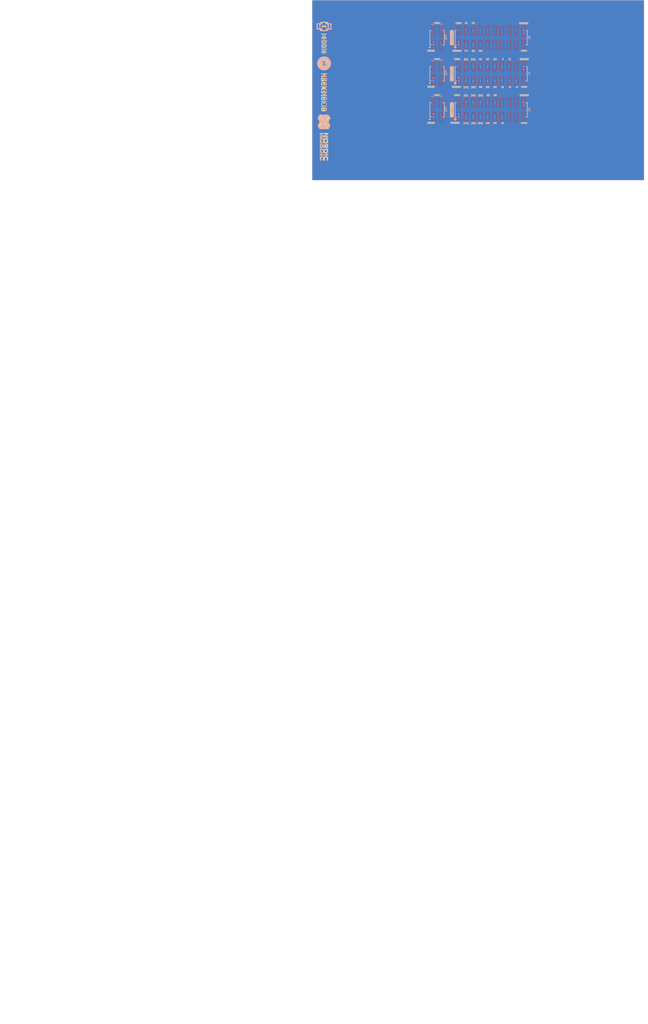
<source format=kicad_pcb>
(kicad_pcb (version 20241229) (generator "pcbnew") (generator_version "9.0")
  (layers (0 "F.Cu" signal "Top Layer") (4 "In1.Cu" signal "Mid-Layer 1") (6 "In2.Cu" signal "Mid-Layer 2 2") (2 "B.Cu" signal "Bottom Layer") (13 "F.Paste" user "Top Paste") (15 "B.Paste" user "Bottom Paste") (5 "F.SilkS" user "Top Overlay") (7 "B.SilkS" user "Bottom Overlay") (1 "F.Mask" user "Top Solder") (3 "B.Mask" user "Bottom Solder") (25 "Edge.Cuts" user))
  (net 0 "")
  (net 1 "VDDIO")
  (net 2 "VBUS")
  (net 3 "GND")
  (net 5 "unconnected-(P0-Pad8)")
  (net 8 "unconnected-(P0-Pad6)")
  (net 11 "unconnected-(P0-Pad7)")
  (net 12 "unconnected-(P0-Pad3)")
  (net 13 "unconnected-(P0-Pad5)")
  (net 15 "unconnected-(P0-Pad4)")
  (net 20 "unconnected-(P1-Pad5)")
  (net 22 "unconnected-(P1-Pad6)")
  (net 23 "unconnected-(P1-Pad3)")
  (net 24 "unconnected-(P1-Pad15)")
  (net 25 "unconnected-(P1-Pad12)")
  (net 26 "unconnected-(P1-Pad14)")
  (net 27 "unconnected-(P1-Pad17)")
  (net 28 "unconnected-(P1-Pad9)")
  (net 29 "unconnected-(P1-Pad11)")
  (net 30 "unconnected-(P1-Pad8)")
  (net 31 "unconnected-(P1-Pad4)")
  (net 32 "unconnected-(P1-Pad7)")
  (net 33 "unconnected-(P1-Pad10)")
  (net 34 "unconnected-(P1-Pad16)")
  (net 35 "unconnected-(P1-Pad13)")
  (net 36 "unconnected-(P2-Pad7)")
  (net 38 "unconnected-(P2-Pad9)")
  (net 39 "unconnected-(P2-Pad8)")
  (net 40 "unconnected-(P2-Pad3)")
  (net 43 "unconnected-(P2-Pad5)")
  (net 44 "unconnected-(P2-Pad4)")
  (net 47 "unconnected-(P2-Pad13)")
  (net 48 "unconnected-(P2-Pad12)")
  (net 49 "unconnected-(P2-Pad10)")
  (net 50 "unconnected-(P2-Pad11)")
  (net 51 "unconnected-(P2-Pad6)")
  (footprint "nRF54L15-DK - Rebble Hackster Library:HDR_2x10-SMD_BTM" (layer "F.Cu") (at 115.900615 75.908605)
    (property "Reference" "P1" (at 13.479933 -0.127005 90) (layer "B.SilkS") (effects (font (size 0.635 0.635) (thickness 0.127)) (justify mirror)))
    (property "Value" "Pin Hdr 2x10" (hide yes))
    (pad "1" smd rect (at -11.43 2.54) (size 1.016 2.8702) (layers "B.Cu" "B.Mask" "B.Paste") (net 1 "VDDIO") (padstack (mode front_inner_back) (layer "Inner" (shape rect) (size 1.016 2.8702)) (layer "B.Cu" (shape rect) (size 1.016 2.8702))))
    (pad "2" smd rect (at -11.43 -2.54) (size 1.016 2.8702) (layers "B.Cu" "B.Mask" "B.Paste") (net 3 "GND") (padstack (mode front_inner_back) (layer "Inner" (shape rect) (size 1.016 2.8702)) (layer "B.Cu" (shape rect) (size 1.016 2.8702))))
    (pad "3" smd rect (at -8.89 2.54) (size 1.016 2.8702) (layers "B.Cu" "B.Mask" "B.Paste") (net 23 "unconnected-(P1-Pad3)") (padstack (mode front_inner_back) (layer "Inner" (shape rect) (size 1.016 2.8702)) (layer "B.Cu" (shape rect) (size 1.016 2.8702))))
    (pad "4" smd rect (at -8.89 -2.54) (size 1.016 2.8702) (layers "B.Cu" "B.Mask" "B.Paste") (net 31 "unconnected-(P1-Pad4)") (padstack (mode front_inner_back) (layer "Inner" (shape rect) (size 1.016 2.8702)) (layer "B.Cu" (shape rect) (size 1.016 2.8702))))
    (pad "5" smd rect (at -6.35 2.54) (size 1.016 2.8702) (layers "B.Cu" "B.Mask" "B.Paste") (net 20 "unconnected-(P1-Pad5)") (padstack (mode front_inner_back) (layer "Inner" (shape rect) (size 1.016 2.8702)) (layer "B.Cu" (shape rect) (size 1.016 2.8702))))
    (pad "6" smd rect (at -6.35 -2.54) (size 1.016 2.8702) (layers "B.Cu" "B.Mask" "B.Paste") (net 22 "unconnected-(P1-Pad6)") (padstack (mode front_inner_back) (layer "Inner" (shape rect) (size 1.016 2.8702)) (layer "B.Cu" (shape rect) (size 1.016 2.8702))))
    (pad "7" smd rect (at -3.81 2.54) (size 1.016 2.8702) (layers "B.Cu" "B.Mask" "B.Paste") (net 32 "unconnected-(P1-Pad7)") (padstack (mode front_inner_back) (layer "Inner" (shape rect) (size 1.016 2.8702)) (layer "B.Cu" (shape rect) (size 1.016 2.8702))))
    (pad "8" smd rect (at -3.81 -2.54) (size 1.016 2.8702) (layers "B.Cu" "B.Mask" "B.Paste") (net 30 "unconnected-(P1-Pad8)") (padstack (mode front_inner_back) (layer "Inner" (shape rect) (size 1.016 2.8702)) (layer "B.Cu" (shape rect) (size 1.016 2.8702))))
    (pad "9" smd rect (at -1.27 2.54) (size 1.016 2.8702) (layers "B.Cu" "B.Mask" "B.Paste") (net 28 "unconnected-(P1-Pad9)") (padstack (mode front_inner_back) (layer "Inner" (shape rect) (size 1.016 2.8702)) (layer "B.Cu" (shape rect) (size 1.016 2.8702))))
    (pad "10" smd rect (at -1.27 -2.54) (size 1.016 2.8702) (layers "B.Cu" "B.Mask" "B.Paste") (net 33 "unconnected-(P1-Pad10)") (padstack (mode front_inner_back) (layer "Inner" (shape rect) (size 1.016 2.8702)) (layer "B.Cu" (shape rect) (size 1.016 2.8702))))
    (pad "11" smd rect (at 1.27 2.54) (size 1.016 2.8702) (layers "B.Cu" "B.Mask" "B.Paste") (net 29 "unconnected-(P1-Pad11)") (padstack (mode front_inner_back) (layer "Inner" (shape rect) (size 1.016 2.8702)) (layer "B.Cu" (shape rect) (size 1.016 2.8702))))
    (pad "12" smd rect (at 1.27 -2.54) (size 1.016 2.8702) (layers "B.Cu" "B.Mask" "B.Paste") (net 25 "unconnected-(P1-Pad12)") (padstack (mode front_inner_back) (layer "Inner" (shape rect) (size 1.016 2.8702)) (layer "B.Cu" (shape rect) (size 1.016 2.8702))))
    (pad "13" smd rect (at 3.81 2.54) (size 1.016 2.8702) (layers "B.Cu" "B.Mask" "B.Paste") (net 35 "unconnected-(P1-Pad13)") (padstack (mode front_inner_back) (layer "Inner" (shape rect) (size 1.016 2.8702)) (layer "B.Cu" (shape rect) (size 1.016 2.8702))))
    (pad "14" smd rect (at 3.81 -2.54) (size 1.016 2.8702) (layers "B.Cu" "B.Mask" "B.Paste") (net 26 "unconnected-(P1-Pad14)") (padstack (mode front_inner_back) (layer "Inner" (shape rect) (size 1.016 2.8702)) (layer "B.Cu" (shape rect) (size 1.016 2.8702))))
    (pad "15" smd rect (at 6.35 2.54) (size 1.016 2.8702) (layers "B.Cu" "B.Mask" "B.Paste") (net 24 "unconnected-(P1-Pad15)") (padstack (mode front_inner_back) (layer "Inner" (shape rect) (size 1.016 2.8702)) (layer "B.Cu" (shape rect) (size 1.016 2.8702))))
    (pad "16" smd rect (at 6.35 -2.54) (size 1.016 2.8702) (layers "B.Cu" "B.Mask" "B.Paste") (net 34 "unconnected-(P1-Pad16)") (padstack (mode front_inner_back) (layer "Inner" (shape rect) (size 1.016 2.8702)) (layer "B.Cu" (shape rect) (size 1.016 2.8702))))
    (pad "17" smd rect (at 8.89 2.54) (size 1.016 2.8702) (layers "B.Cu" "B.Mask" "B.Paste") (net 27 "unconnected-(P1-Pad17)") (padstack (mode front_inner_back) (layer "Inner" (shape rect) (size 1.016 2.8702)) (layer "B.Cu" (shape rect) (size 1.016 2.8702))))
    (pad "18" smd rect (at 8.89 -2.54) (size 1.016 2.8702) (layers "B.Cu" "B.Mask" "B.Paste") (padstack (mode front_inner_back) (layer "Inner" (shape rect) (size 1.016 2.8702)) (layer "B.Cu" (shape rect) (size 1.016 2.8702))))
    (pad "19" smd rect (at 11.43 2.54) (size 1.016 2.8702) (layers "B.Cu" "B.Mask" "B.Paste") (net 3 "GND") (padstack (mode front_inner_back) (layer "Inner" (shape rect) (size 1.016 2.8702)) (layer "B.Cu" (shape rect) (size 1.016 2.8702))))
    (pad "20" smd rect (at 11.43 -2.54) (size 1.016 2.8702) (layers "B.Cu" "B.Mask" "B.Paste") (net 1 "VDDIO") (padstack (mode front_inner_back) (layer "Inner" (shape rect) (size 1.016 2.8702)) (layer "B.Cu" (shape rect) (size 1.016 2.8702))))
  )
  (footprint "nRF54L15-DK - Rebble Hackster Library:HDR_2x10-SMD_BTM" (layer "F.Cu") (at 115.900615 88.608605)
    (property "Reference" "P2" (at 13.479933 -0.127005 90) (layer "B.SilkS") (effects (font (size 0.635 0.635) (thickness 0.127)) (justify mirror)))
    (property "Value" "Pin Hdr 2x10" (hide yes))
    (pad "1" smd rect (at -11.43 2.54) (size 1.016 2.8702) (layers "B.Cu" "B.Mask" "B.Paste") (net 1 "VDDIO") (padstack (mode front_inner_back) (layer "Inner" (shape rect) (size 1.016 2.8702)) (layer "B.Cu" (shape rect) (size 1.016 2.8702))))
    (pad "2" smd rect (at -11.43 -2.54) (size 1.016 2.8702) (layers "B.Cu" "B.Mask" "B.Paste") (net 3 "GND") (padstack (mode front_inner_back) (layer "Inner" (shape rect) (size 1.016 2.8702)) (layer "B.Cu" (shape rect) (size 1.016 2.8702))))
    (pad "3" smd rect (at -8.89 2.54) (size 1.016 2.8702) (layers "B.Cu" "B.Mask" "B.Paste") (net 40 "unconnected-(P2-Pad3)") (padstack (mode front_inner_back) (layer "Inner" (shape rect) (size 1.016 2.8702)) (layer "B.Cu" (shape rect) (size 1.016 2.8702))))
    (pad "4" smd rect (at -8.89 -2.54) (size 1.016 2.8702) (layers "B.Cu" "B.Mask" "B.Paste") (net 44 "unconnected-(P2-Pad4)") (padstack (mode front_inner_back) (layer "Inner" (shape rect) (size 1.016 2.8702)) (layer "B.Cu" (shape rect) (size 1.016 2.8702))))
    (pad "5" smd rect (at -6.35 2.54) (size 1.016 2.8702) (layers "B.Cu" "B.Mask" "B.Paste") (net 43 "unconnected-(P2-Pad5)") (padstack (mode front_inner_back) (layer "Inner" (shape rect) (size 1.016 2.8702)) (layer "B.Cu" (shape rect) (size 1.016 2.8702))))
    (pad "6" smd rect (at -6.35 -2.54) (size 1.016 2.8702) (layers "B.Cu" "B.Mask" "B.Paste") (net 51 "unconnected-(P2-Pad6)") (padstack (mode front_inner_back) (layer "Inner" (shape rect) (size 1.016 2.8702)) (layer "B.Cu" (shape rect) (size 1.016 2.8702))))
    (pad "7" smd rect (at -3.81 2.54) (size 1.016 2.8702) (layers "B.Cu" "B.Mask" "B.Paste") (net 36 "unconnected-(P2-Pad7)") (padstack (mode front_inner_back) (layer "Inner" (shape rect) (size 1.016 2.8702)) (layer "B.Cu" (shape rect) (size 1.016 2.8702))))
    (pad "8" smd rect (at -3.81 -2.54) (size 1.016 2.8702) (layers "B.Cu" "B.Mask" "B.Paste") (net 39 "unconnected-(P2-Pad8)") (padstack (mode front_inner_back) (layer "Inner" (shape rect) (size 1.016 2.8702)) (layer "B.Cu" (shape rect) (size 1.016 2.8702))))
    (pad "9" smd rect (at -1.27 2.54) (size 1.016 2.8702) (layers "B.Cu" "B.Mask" "B.Paste") (net 38 "unconnected-(P2-Pad9)") (padstack (mode front_inner_back) (layer "Inner" (shape rect) (size 1.016 2.8702)) (layer "B.Cu" (shape rect) (size 1.016 2.8702))))
    (pad "10" smd rect (at -1.27 -2.54) (size 1.016 2.8702) (layers "B.Cu" "B.Mask" "B.Paste") (net 49 "unconnected-(P2-Pad10)") (padstack (mode front_inner_back) (layer "Inner" (shape rect) (size 1.016 2.8702)) (layer "B.Cu" (shape rect) (size 1.016 2.8702))))
    (pad "11" smd rect (at 1.27 2.54) (size 1.016 2.8702) (layers "B.Cu" "B.Mask" "B.Paste") (net 50 "unconnected-(P2-Pad11)") (padstack (mode front_inner_back) (layer "Inner" (shape rect) (size 1.016 2.8702)) (layer "B.Cu" (shape rect) (size 1.016 2.8702))))
    (pad "12" smd rect (at 1.27 -2.54) (size 1.016 2.8702) (layers "B.Cu" "B.Mask" "B.Paste") (net 48 "unconnected-(P2-Pad12)") (padstack (mode front_inner_back) (layer "Inner" (shape rect) (size 1.016 2.8702)) (layer "B.Cu" (shape rect) (size 1.016 2.8702))))
    (pad "13" smd rect (at 3.81 2.54) (size 1.016 2.8702) (layers "B.Cu" "B.Mask" "B.Paste") (net 47 "unconnected-(P2-Pad13)") (padstack (mode front_inner_back) (layer "Inner" (shape rect) (size 1.016 2.8702)) (layer "B.Cu" (shape rect) (size 1.016 2.8702))))
    (pad "14" smd rect (at 3.81 -2.54) (size 1.016 2.8702) (layers "B.Cu" "B.Mask" "B.Paste") (padstack (mode front_inner_back) (layer "Inner" (shape rect) (size 1.016 2.8702)) (layer "B.Cu" (shape rect) (size 1.016 2.8702))))
    (pad "15" smd rect (at 6.35 2.54) (size 1.016 2.8702) (layers "B.Cu" "B.Mask" "B.Paste") (padstack (mode front_inner_back) (layer "Inner" (shape rect) (size 1.016 2.8702)) (layer "B.Cu" (shape rect) (size 1.016 2.8702))))
    (pad "16" smd rect (at 6.35 -2.54) (size 1.016 2.8702) (layers "B.Cu" "B.Mask" "B.Paste") (padstack (mode front_inner_back) (layer "Inner" (shape rect) (size 1.016 2.8702)) (layer "B.Cu" (shape rect) (size 1.016 2.8702))))
    (pad "17" smd rect (at 8.89 2.54) (size 1.016 2.8702) (layers "B.Cu" "B.Mask" "B.Paste") (padstack (mode front_inner_back) (layer "Inner" (shape rect) (size 1.016 2.8702)) (layer "B.Cu" (shape rect) (size 1.016 2.8702))))
    (pad "18" smd rect (at 8.89 -2.54) (size 1.016 2.8702) (layers "B.Cu" "B.Mask" "B.Paste") (padstack (mode front_inner_back) (layer "Inner" (shape rect) (size 1.016 2.8702)) (layer "B.Cu" (shape rect) (size 1.016 2.8702))))
    (pad "19" smd rect (at 11.43 2.54) (size 1.016 2.8702) (layers "B.Cu" "B.Mask" "B.Paste") (net 3 "GND") (padstack (mode front_inner_back) (layer "Inner" (shape rect) (size 1.016 2.8702)) (layer "B.Cu" (shape rect) (size 1.016 2.8702))))
    (pad "20" smd rect (at 11.43 -2.54) (size 1.016 2.8702) (layers "B.Cu" "B.Mask" "B.Paste") (net 1 "VDDIO") (padstack (mode front_inner_back) (layer "Inner" (shape rect) (size 1.016 2.8702)) (layer "B.Cu" (shape rect) (size 1.016 2.8702))))
  )
  (footprint "nRF54L15-DK - Rebble Hackster Library:HDR_2x10-SMD_BTM" (layer "F.Cu") (at 115.900615 63.208605)
    (property "Reference" "P0" (at 13.479933 -0.127005 90) (layer "B.SilkS") (effects (font (size 0.635 0.635) (thickness 0.127)) (justify mirror)))
    (property "Value" "Pin Hdr 2x10" (hide yes))
    (pad "1" smd rect (at -11.43 2.54) (size 1.016 2.8702) (layers "B.Cu" "B.Mask" "B.Paste") (net 1 "VDDIO") (padstack (mode front_inner_back) (layer "Inner" (shape rect) (size 1.016 2.8702)) (layer "B.Cu" (shape rect) (size 1.016 2.8702))))
    (pad "2" smd rect (at -11.43 -2.54) (size 1.016 2.8702) (layers "B.Cu" "B.Mask" "B.Paste") (net 3 "GND") (padstack (mode front_inner_back) (layer "Inner" (shape rect) (size 1.016 2.8702)) (layer "B.Cu" (shape rect) (size 1.016 2.8702))))
    (pad "3" smd rect (at -8.89 2.54) (size 1.016 2.8702) (layers "B.Cu" "B.Mask" "B.Paste") (net 12 "unconnected-(P0-Pad3)") (padstack (mode front_inner_back) (layer "Inner" (shape rect) (size 1.016 2.8702)) (layer "B.Cu" (shape rect) (size 1.016 2.8702))))
    (pad "4" smd rect (at -8.89 -2.54) (size 1.016 2.8702) (layers "B.Cu" "B.Mask" "B.Paste") (net 15 "unconnected-(P0-Pad4)") (padstack (mode front_inner_back) (layer "Inner" (shape rect) (size 1.016 2.8702)) (layer "B.Cu" (shape rect) (size 1.016 2.8702))))
    (pad "5" smd rect (at -6.35 2.54) (size 1.016 2.8702) (layers "B.Cu" "B.Mask" "B.Paste") (net 13 "unconnected-(P0-Pad5)") (padstack (mode front_inner_back) (layer "Inner" (shape rect) (size 1.016 2.8702)) (layer "B.Cu" (shape rect) (size 1.016 2.8702))))
    (pad "6" smd rect (at -6.35 -2.54) (size 1.016 2.8702) (layers "B.Cu" "B.Mask" "B.Paste") (net 8 "unconnected-(P0-Pad6)") (padstack (mode front_inner_back) (layer "Inner" (shape rect) (size 1.016 2.8702)) (layer "B.Cu" (shape rect) (size 1.016 2.8702))))
    (pad "7" smd rect (at -3.81 2.54) (size 1.016 2.8702) (layers "B.Cu" "B.Mask" "B.Paste") (net 11 "unconnected-(P0-Pad7)") (padstack (mode front_inner_back) (layer "Inner" (shape rect) (size 1.016 2.8702)) (layer "B.Cu" (shape rect) (size 1.016 2.8702))))
    (pad "8" smd rect (at -3.81 -2.54) (size 1.016 2.8702) (layers "B.Cu" "B.Mask" "B.Paste") (net 5 "unconnected-(P0-Pad8)") (padstack (mode front_inner_back) (layer "Inner" (shape rect) (size 1.016 2.8702)) (layer "B.Cu" (shape rect) (size 1.016 2.8702))))
    (pad "9" smd rect (at -1.27 2.54) (size 1.016 2.8702) (layers "B.Cu" "B.Mask" "B.Paste") (padstack (mode front_inner_back) (layer "Inner" (shape rect) (size 1.016 2.8702)) (layer "B.Cu" (shape rect) (size 1.016 2.8702))))
    (pad "10" smd rect (at -1.27 -2.54) (size 1.016 2.8702) (layers "B.Cu" "B.Mask" "B.Paste") (padstack (mode front_inner_back) (layer "Inner" (shape rect) (size 1.016 2.8702)) (layer "B.Cu" (shape rect) (size 1.016 2.8702))))
    (pad "11" smd rect (at 1.27 2.54) (size 1.016 2.8702) (layers "B.Cu" "B.Mask" "B.Paste") (padstack (mode front_inner_back) (layer "Inner" (shape rect) (size 1.016 2.8702)) (layer "B.Cu" (shape rect) (size 1.016 2.8702))))
    (pad "12" smd rect (at 1.27 -2.54) (size 1.016 2.8702) (layers "B.Cu" "B.Mask" "B.Paste") (padstack (mode front_inner_back) (layer "Inner" (shape rect) (size 1.016 2.8702)) (layer "B.Cu" (shape rect) (size 1.016 2.8702))))
    (pad "13" smd rect (at 3.81 2.54) (size 1.016 2.8702) (layers "B.Cu" "B.Mask" "B.Paste") (padstack (mode front_inner_back) (layer "Inner" (shape rect) (size 1.016 2.8702)) (layer "B.Cu" (shape rect) (size 1.016 2.8702))))
    (pad "14" smd rect (at 3.81 -2.54) (size 1.016 2.8702) (layers "B.Cu" "B.Mask" "B.Paste") (padstack (mode front_inner_back) (layer "Inner" (shape rect) (size 1.016 2.8702)) (layer "B.Cu" (shape rect) (size 1.016 2.8702))))
    (pad "15" smd rect (at 6.35 2.54) (size 1.016 2.8702) (layers "B.Cu" "B.Mask" "B.Paste") (padstack (mode front_inner_back) (layer "Inner" (shape rect) (size 1.016 2.8702)) (layer "B.Cu" (shape rect) (size 1.016 2.8702))))
    (pad "16" smd rect (at 6.35 -2.54) (size 1.016 2.8702) (layers "B.Cu" "B.Mask" "B.Paste") (padstack (mode front_inner_back) (layer "Inner" (shape rect) (size 1.016 2.8702)) (layer "B.Cu" (shape rect) (size 1.016 2.8702))))
    (pad "17" smd rect (at 8.89 2.54) (size 1.016 2.8702) (layers "B.Cu" "B.Mask" "B.Paste") (padstack (mode front_inner_back) (layer "Inner" (shape rect) (size 1.016 2.8702)) (layer "B.Cu" (shape rect) (size 1.016 2.8702))))
    (pad "18" smd rect (at 8.89 -2.54) (size 1.016 2.8702) (layers "B.Cu" "B.Mask" "B.Paste") (padstack (mode front_inner_back) (layer "Inner" (shape rect) (size 1.016 2.8702)) (layer "B.Cu" (shape rect) (size 1.016 2.8702))))
    (pad "19" smd rect (at 11.43 2.54) (size 1.016 2.8702) (layers "B.Cu" "B.Mask" "B.Paste") (net 3 "GND") (padstack (mode front_inner_back) (layer "Inner" (shape rect) (size 1.016 2.8702)) (layer "B.Cu" (shape rect) (size 1.016 2.8702))))
    (pad "20" smd rect (at 11.43 -2.54) (size 1.016 2.8702) (layers "B.Cu" "B.Mask" "B.Paste") (net 1 "VDDIO") (padstack (mode front_inner_back) (layer "Inner" (shape rect) (size 1.016 2.8702)) (layer "B.Cu" (shape rect) (size 1.016 2.8702))))
  )
  (footprint "nRF54L15-DK - Rebble Hackster Library:HDR_2x2-SMD_BTM" (layer "F.Cu") (at 96.850615 63.208605)
    (property "Reference" "P30" (at 3.153683 -0.244505 90) (layer "B.SilkS") (effects (font (size 0.635 0.635) (thickness 0.127)) (justify mirror)))
    (property "Value" "Pin Header 2x2 SMD" (hide yes))
    (pad "1" smd rect (at -1.27 2.54) (size 1.016 2.8702) (layers "B.Cu" "B.Mask" "B.Paste") (net 2 "VBUS"))
    (pad "2" smd rect (at -1.27 -2.54) (size 1.016 2.8702) (layers "B.Cu" "B.Mask" "B.Paste") (net 3 "GND"))
    (pad "3" smd rect (at 1.27 2.54) (size 1.016 2.8702) (layers "B.Cu" "B.Mask" "B.Paste"))
    (pad "4" smd rect (at 1.27 -2.54) (size 1.016 2.8702) (layers "B.Cu" "B.Mask" "B.Paste") (net 3 "GND"))
  )
  (footprint "nRF54L15-DK - Rebble Hackster Library:NORDIC_LOGO_LYING" (layer "F.Cu") (at 57.02029 92.853075 -90)
    (property "Reference" "G**" (hide yes))
    (property "Value" "Nordic Logo" (hide yes))
  )
  (footprint "nRF54L15-DK - Rebble Hackster Library:HDR_2x2-SMD_BTM" (layer "F.Cu") (at 96.850615 75.908605)
    (property "Reference" "P31" (at 3.153683 -0.244505 90) (layer "B.SilkS") (effects (font (size 0.635 0.635) (thickness 0.127)) (justify mirror)))
    (property "Value" "Pin Header 2x2 SMD" (hide yes))
    (pad "1" smd rect (at -1.27 2.54) (size 1.016 2.8702) (layers "B.Cu" "B.Mask" "B.Paste") (net 2 "VBUS"))
    (pad "2" smd rect (at -1.27 -2.54) (size 1.016 2.8702) (layers "B.Cu" "B.Mask" "B.Paste") (net 3 "GND"))
    (pad "3" smd rect (at 1.27 2.54) (size 1.016 2.8702) (layers "B.Cu" "B.Mask" "B.Paste"))
    (pad "4" smd rect (at 1.27 -2.54) (size 1.016 2.8702) (layers "B.Cu" "B.Mask" "B.Paste") (net 3 "GND"))
  )
  (footprint "nRF54L15-DK - Rebble Hackster Library:HDR_2x2-SMD_BTM" (layer "F.Cu") (at 96.850615 88.608605)
    (property "Reference" "P32" (at 3.153683 -0.244505 90) (layer "B.SilkS") (effects (font (size 0.635 0.635) (thickness 0.127)) (justify mirror)))
    (property "Value" "Pin Header 2x2 SMD" (hide yes))
    (pad "1" smd rect (at -1.27 2.54) (size 1.016 2.8702) (layers "B.Cu" "B.Mask" "B.Paste") (net 2 "VBUS"))
    (pad "2" smd rect (at -1.27 -2.54) (size 1.016 2.8702) (layers "B.Cu" "B.Mask" "B.Paste") (net 3 "GND"))
    (pad "3" smd rect (at 1.27 2.54) (size 1.016 2.8702) (layers "B.Cu" "B.Mask" "B.Paste"))
    (pad "4" smd rect (at 1.27 -2.54) (size 1.016 2.8702) (layers "B.Cu" "B.Mask" "B.Paste") (net 3 "GND"))
  )
  (footprint "nRF54L15-DK - Rebble Hackster Library:Rebble_h_6mm" (layer "F.Cu") (at 57.022011 63.245108 -90)
    (property "Reference" "G***" (hide yes))
    (property "Value" "LOGO" (hide yes))
  )
  (footprint "nRF54L15-DK - Rebble Hackster Library:Hackster_Logo_6mm" (layer "F.Cu") (at 56.919483 72.225553 -90)
    (property "Reference" "G***" (hide yes))
    (property "Value" "LOGO" (hide yes))
  )
  (footprint "nRF54L15-DK - Rebble Hackster Library:Hackster_Text_h_3mm" (layer "F.Cu") (at 57.022379 82.445981 -90)
    (property "Reference" "G***" (hide yes))
    (property "Value" "LOGO" (hide yes))
  )
  (footprint "nRF54L15-DK - Rebble Hackster Library:Hackster_Text_h_3mm" (layer "B.Cu") (at 57.058851 82.446605 -90)
    (property "Reference" "G***" (hide yes))
    (property "Value" "LOGO" (hide yes))
  )
  (footprint "nRF54L15-DK - Rebble Hackster Library:NORDIC_LOGO_LYING" (layer "B.Cu") (at 57.040615 92.836605 -90)
    (property "Reference" "G**" (hide yes))
    (property "Value" "Nordic Logo" (hide yes))
  )
  (footprint "nRF54L15-DK - Rebble Hackster Library:Hackster_Logo_6mm" (layer "B.Cu") (at 57.161748 72.216605 -90)
    (property "Reference" "G***" (hide yes))
    (property "Value" "LOGO" (hide yes))
  )
  (footprint "nRF54L15-DK - Rebble Hackster Library:Rebble_h_6mm" (layer "B.Cu") (at 57.059219 63.246605 -90)
    (property "Reference" "G***" (hide yes))
    (property "Value" "LOGO" (hide yes))
  )
  (gr_line (start 95.050615 58.308605) (end 95.296055 58.308605) (stroke (width 0.15)) (layer "B.SilkS"))
  (gr_line (start 98.405175 83.708605) (end 98.650615 83.708605) (stroke (width 0.15)) (layer "B.SilkS"))
  (gr_line (start 95.050615 71.008605) (end 95.296055 71.008605) (stroke (width 0.15)) (layer "B.SilkS"))
  (gr_line (start 98.650615 58.808605) (end 98.650615 58.308605) (stroke (width 0.15)) (layer "B.SilkS"))
  (gr_line (start 95.050615 84.208605) (end 95.050615 83.708605) (stroke (width 0.15)) (layer "B.SilkS"))
  (gr_line (start 95.050615 58.808605) (end 95.050615 58.308605) (stroke (width 0.15)) (layer "B.SilkS"))
  (gr_line (start 98.405175 58.308605) (end 98.650615 58.308605) (stroke (width 0.15)) (layer "B.SilkS"))
  (gr_line (start 95.050615 71.508605) (end 95.050615 71.008605) (stroke (width 0.15)) (layer "B.SilkS"))
  (gr_line (start 95.050615 83.708605) (end 95.296055 83.708605) (stroke (width 0.15)) (layer "B.SilkS"))
  (gr_line (start 98.650615 71.508605) (end 98.650615 71.008605) (stroke (width 0.15)) (layer "B.SilkS"))
  (gr_line (start 98.650615 84.208605) (end 98.650615 83.708605) (stroke (width 0.15)) (layer "B.SilkS"))
  (gr_line (start 98.405175 71.008605) (end 98.650615 71.008605) (stroke (width 0.15)) (layer "B.SilkS"))
  (gr_rect (start 52.810615 49.966605) (end 169.810615 113.466605) (stroke (width 0.05)) (fill no) (layer "Edge.Cuts"))
  (gr_text "PORT P2" (at 102.040935 88.61276 -90) (layer "F.SilkS" knockout) (effects (font (size 0.9 0.9) (thickness 0.225))))
  (gr_text "PORT P1" (at 102.040935 75.91276 -90) (layer "F.SilkS" knockout) (effects (font (size 0.9 0.9) (thickness 0.225))))
  (gr_text "PORT P0" (at 102.040935 63.21276 -90) (layer "F.SilkS" knockout) (effects (font (size 0.9 0.9) (thickness 0.225))))
  (gr_text "PORT P0" (at 102.045675 63.208635 90) (layer "B.SilkS" knockout) (effects (font (size 0.9 0.9) (thickness 0.225)) (justify mirror)))
  (gr_text "PORT P2" (at 102.045675 88.608635 90) (layer "B.SilkS" knockout) (effects (font (size 0.9 0.9) (thickness 0.225)) (justify mirror)))
  (gr_text "PORT P1" (at 102.045675 75.908635 90) (layer "B.SilkS" knockout) (effects (font (size 0.9 0.9) (thickness 0.225)) (justify mirror)))
  (gr_text_box "(02)" (start 108.503385 92.88566) (end 110.874485 94.18773) (margins 0 0 0 0) (layer "F.SilkS") (effects (font (size 0.762 0.762) (thickness 0.127)) (justify top)) (border no))
  (gr_text_box "09" (start 116.528385 83.06994) (end 118.094375 84.21273) (margins 0 0 0 0) (layer "F.SilkS") (effects (font (size 0.762 0.762) (thickness 0.127)) (justify top)) (border no))
  (gr_text_box "08" (start 116.469385 92.84994) (end 118.035375 93.99273) (margins 0 0 0 0) (layer "F.SilkS") (effects (font (size 0.762 0.762) (thickness 0.127)) (justify top)) (border no))
  (gr_text_box "VDDIO" (start 101.178385 92.79494) (end 105.170315 93.93773) (margins 0 0 0 0) (layer "F.SilkS") (effects (font (size 0.762 0.762) (thickness 0.127)) (justify top)) (border no))
  (gr_text_box "06" (start 113.929385 92.84994) (end 115.495375 93.99273) (margins 0 0 0 0) (layer "F.SilkS") (effects (font (size 0.8 0.8) (thickness 0.127)) (justify top)) (border no))
  (gr_text_box "(04)" (start 110.978385 92.88566) (end 113.201525 94.18773) (margins 0 0 0 0) (layer "F.SilkS") (effects (font (size 0.762 0.762) (thickness 0.127)) (justify top)) (border no))
  (gr_text_box "00" (start 106.328385 67.39494) (end 107.894375 68.53773) (margins 0 0 0 0) (layer "F.SilkS") (effects (font (size 0.762 0.762) (thickness 0.127)) (justify top)) (border no))
  (gr_text_box "GND" (start 95.471185 83.05521) (end 98.270045 84.198) (margins 0 0 0 0) (layer "F.SilkS") (effects (font (size 0.762 0.762) (thickness 0.127)) (justify top)) (border no))
  (gr_text_box "(00)" (start 105.907655 80.23567) (end 108.174605 81.53774) (margins 0 0 0 0) (layer "F.SilkS") (effects (font (size 0.762 0.762) (thickness 0.127)) (justify top)) (border no))
  (gr_text_box "(01)" (start 106.082655 70.43567) (end 108.000035 71.73774) (margins 0 0 0 0) (layer "F.SilkS") (effects (font (size 0.762 0.762) (thickness 0.127)) (justify top)) (border no))
  (gr_text_box "02" (start 108.849385 67.39994) (end 110.415375 68.54273) (margins 0 0 0 0) (layer "F.SilkS") (effects (font (size 0.762 0.762) (thickness 0.127)) (justify top)) (border no))
  (gr_text_box "GND" (start 126.121385 92.84994) (end 128.911935 93.99273) (margins 0 0 0 0) (layer "F.SilkS") (effects (font (size 0.762 0.762) (thickness 0.127)) (justify top)) (border no))
  (gr_text_box "04" (start 111.389385 80.14994) (end 112.955375 81.29273) (margins 0 0 0 0) (layer "F.SilkS") (effects (font (size 0.762 0.762) (thickness 0.127)) (justify top)) (border no))
  (gr_text_box "GND" (start 95.471185 57.65521) (end 98.270045 58.798) (margins 0 0 0 0) (layer "F.SilkS") (effects (font (size 0.762 0.762) (thickness 0.127)) (justify top)) (border no))
  (gr_text_box "(01)" (start 106.028385 83.13566) (end 107.945765 84.43773) (margins 0 0 0 0) (layer "F.SilkS") (effects (font (size 0.762 0.762) (thickness 0.127)) (justify top)) (border no))
  (gr_text_box "03" (start 108.807085 57.66077) (end 110.373075 58.80356) (margins 0 0 0 0) (layer "F.SilkS") (effects (font (size 0.762 0.762) (thickness 0.127)) (justify top)) (border no))
  (gr_text_box "GND" (start 102.557655 70.36995) (end 105.356515 71.51274) (margins 0 0 0 0) (layer "F.SilkS") (effects (font (size 0.762 0.762) (thickness 0.127)) (justify top)) (border no))
  (gr_text_box "10" (start 119.203385 92.84494) (end 120.663575 93.98773) (margins 0 0 0 0) (layer "F.SilkS") (effects (font (size 0.762 0.762) (thickness 0.127)) (justify top)) (border no))
  (gr_text_box "04" (start 111.389385 67.39994) (end 112.955375 68.54273) (margins 0 0 0 0) (layer "F.SilkS") (effects (font (size 0.762 0.762) (thickness 0.127)) (justify top)) (border no))
  (gr_text_box "VBUS" (start 93.103035 92.80078) (end 96.330105 93.94357) (margins 0 0 0 0) (layer "F.SilkS") (effects (font (size 0.762 0.762) (thickness 0.127)) (justify top)) (border no))
  (gr_text_box "VDDIO" (start 101.620875 80.14494) (end 105.612805 81.28773) (margins 0 0 0 0) (layer "F.SilkS") (effects (font (size 0.762 0.762) (thickness 0.127)) (justify top)) (border no))
  (gr_text_box "VDDIO" (start 101.870875 67.41994) (end 105.862805 68.56273) (margins 0 0 0 0) (layer "F.SilkS") (effects (font (size 0.762 0.762) (thickness 0.127)) (justify top)) (border no))
  (gr_text_box "(05)" (start 111.053385 83.13566) (end 113.245085 84.43773) (margins 0 0 0 0) (layer "F.SilkS") (effects (font (size 0.762 0.762) (thickness 0.127)) (justify top)) (border no))
  (gr_text_box "08" (start 116.469385 80.14994) (end 118.035375 81.29273) (margins 0 0 0 0) (layer "F.SilkS") (effects (font (size 0.762 0.762) (thickness 0.127)) (justify top)) (border no))
  (gr_text_box "07" (start 113.904385 70.37694) (end 115.470375 71.51973) (margins 0 0 0 0) (layer "F.SilkS") (effects (font (size 0.762 0.762) (thickness 0.127)) (justify top)) (border no))
  (gr_text_box "VDDIO" (start 125.538785 70.37694) (end 129.530715 71.51973) (margins 0 0 0 0) (layer "F.SilkS") (effects (font (size 0.762 0.762) (thickness 0.127)) (justify top)) (border no))
  (gr_text_box "01" (start 106.407085 57.66077) (end 107.761475 58.80356) (margins 0 0 0 0) (layer "F.SilkS") (effects (font (size 0.762 0.762) (thickness 0.127)) (justify top)) (border no))
  (gr_text_box "(02)" (start 108.519185 80.19386) (end 110.890285 81.49593) (margins 0 0 0 0) (layer "F.SilkS") (effects (font (size 0.762 0.762) (thickness 0.127)) (justify top)) (border no))
  (gr_text_box "GND" (start 102.481755 83.04966) (end 105.280615 84.19245) (margins 0 0 0 0) (layer "F.SilkS") (effects (font (size 0.762 0.762) (thickness 0.127)) (justify top)) (border no))
  (gr_text_box "06" (start 113.92026 80.154335) (end 115.48625 81.297125) (margins 0 0 0 0) (layer "F.SilkS") (effects (font (size 0.8 0.8) (thickness 0.127)) (justify top)) (border no))
  (gr_text_box "GND" (start 103.082085 57.68577) (end 105.880945 58.82856) (margins 0 0 0 0) (layer "F.SilkS") (effects (font (size 0.762 0.762) (thickness 0.127)) (justify top)) (border no))
  (gr_text_box "VDDIO" (start 125.353385 57.74494) (end 129.345315 58.88773) (margins 0 0 0 0) (layer "F.SilkS") (effects (font (size 0.762 0.762) (thickness 0.127)) (justify top)) (border no))
  (gr_text_box "(03)" (start 108.478385 70.43566) (end 110.662465 71.73773) (margins 0 0 0 0) (layer "F.SilkS") (effects (font (size 0.762 0.762) (thickness 0.127)) (justify top)) (border no))
  (gr_text_box "09" (start 116.528385 70.36994) (end 118.094375 71.51273) (margins 0 0 0 0) (layer "F.SilkS") (effects (font (size 0.762 0.762) (thickness 0.127)) (justify top)) (border no))
  (gr_text_box "13" (start 121.803385 70.36994) (end 123.051975 71.51273) (margins 0 0 0 0) (layer "F.SilkS") (effects (font (size 0.762 0.762) (thickness 0.127)) (justify top)) (border no))
  (gr_text_box "VDDIO" (start 125.538785 83.07694) (end 129.530715 84.21973) (margins 0 0 0 0) (layer "F.SilkS") (effects (font (size 0.762 0.762) (thickness 0.127)) (justify top)) (border no))
  (gr_text_box "(03)" (start 108.503385 83.13566) (end 110.687465 84.43773) (margins 0 0 0 0) (layer "F.SilkS") (effects (font (size 0.762 0.762) (thickness 0.127)) (justify top)) (border no))
  (gr_text_box "VBUS" (start 93.103035 80.10078) (end 96.330105 81.24357) (margins 0 0 0 0) (layer "F.SilkS") (effects (font (size 0.762 0.762) (thickness 0.127)) (justify top)) (border no))
  (gr_text_box "VBUS" (start 93.103035 67.40078) (end 96.330105 68.54357) (margins 0 0 0 0) (layer "F.SilkS") (effects (font (size 0.762 0.762) (thickness 0.127)) (justify top)) (border no))
  (gr_text_box "07" (start 114.103385 83.06994) (end 115.669375 84.21273) (margins 0 0 0 0) (layer "F.SilkS") (effects (font (size 0.762 0.762) (thickness 0.127)) (justify top)) (border no))
  (gr_text_box "(00)" (start 105.903385 92.88566) (end 108.170335 94.18773) (margins 0 0 0 0) (layer "F.SilkS") (effects (font (size 0.762 0.762) (thickness 0.127)) (justify top)) (border no))
  (gr_text_box "GND" (start 95.471185 70.35521) (end 98.270045 71.498) (margins 0 0 0 0) (layer "F.SilkS") (effects (font (size 0.762 0.762) (thickness 0.127)) (justify top)) (border no))
  (gr_text_box "GND" (start 126.128385 80.14494) (end 128.918935 81.28773) (margins 0 0 0 0) (layer "F.SilkS") (effects (font (size 0.762 0.762) (thickness 0.127)) (justify top)) (border no))
  (gr_text_box "GND" (start 126.028385 67.39494) (end 128.818935 68.53773) (margins 0 0 0 0) (layer "F.SilkS") (effects (font (size 0.762 0.762) (thickness 0.127)) (justify top)) (border no))
  (gr_text_box "11" (start 119.403385 70.36994) (end 120.651975 71.51273) (margins 0 0 0 0) (layer "F.SilkS") (effects (font (size 0.762 0.762) (thickness 0.127)) (justify top)) (border no))
  (gr_text_box "14" (start 124.266385 80.14994) (end 125.726575 81.29273) (margins 0 0 0 0) (layer "F.SilkS") (effects (font (size 0.762 0.762) (thickness 0.127)) (justify top)) (border no))
  (gr_text_box "05" (start 111.364385 70.37694) (end 112.930375 71.51973) (margins 0 0 0 0) (layer "F.SilkS") (effects (font (size 0.762 0.762) (thickness 0.127)) (justify top)) (border no))
  (gr_text_box "12" (start 121.778385 80.14494) (end 123.238575 81.28773) (margins 0 0 0 0) (layer "F.SilkS") (effects (font (size 0.762 0.762) (thickness 0.127)) (justify top)) (border no))
  (gr_text_box "10" (start 119.186385 80.14994) (end 120.646575 81.29273) (margins 0 0 0 0) (layer "F.SilkS") (effects (font (size 0.762 0.762) (thickness 0.127)) (justify top)) (border no))
  (gr_text_box "VDDIO" (start 125.543525 83.072815) (end 129.535455 84.215605) (margins 0 0 0 0) (layer "B.SilkS") (effects (font (size 0.762 0.762) (thickness 0.127)) (justify top mirror)) (border no))
  (gr_text_box "08" (start 116.474125 80.145815) (end 118.040115 81.288605) (margins 0 0 0 0) (layer "B.SilkS") (effects (font (size 0.762 0.762) (thickness 0.127)) (justify top mirror)) (border no))
  (gr_text_box "VBUS" (start 93.107775 67.396655) (end 96.334845 68.539445) (margins 0 0 0 0) (layer "B.SilkS") (effects (font (size 0.762 0.762) (thickness 0.127)) (justify top mirror)) (border no))
  (gr_text_box "00" (start 106.333125 67.390815) (end 107.899115 68.533605) (margins 0 0 0 0) (layer "B.SilkS") (effects (font (size 0.762 0.762) (thickness 0.127)) (justify top mirror)) (border no))
  (gr_text_box "(04)" (start 110.983125 92.881535) (end 113.206265 94.183605) (margins 0 0 0 0) (layer "B.SilkS") (effects (font (size 0.762 0.762) (thickness 0.127)) (justify top mirror)) (border no))
  (gr_text_box "VDDIO" (start 101.183125 92.790815) (end 105.175055 93.933605) (margins 0 0 0 0) (layer "B.SilkS") (effects (font (size 0.762 0.762) (thickness 0.127)) (justify top mirror)) (border no))
  (gr_text_box "GND" (start 95.475925 70.351085) (end 98.274785 71.493875) (margins 0 0 0 0) (layer "B.SilkS") (effects (font (size 0.762 0.762) (thickness 0.127)) (justify top mirror)) (border no))
  (gr_text_box "04" (start 111.394125 67.395815) (end 112.960115 68.538605) (margins 0 0 0 0) (layer "B.SilkS") (effects (font (size 0.762 0.762) (thickness 0.127)) (justify top mirror)) (border no))
  (gr_text_box "VBUS" (start 93.107775 80.096655) (end 96.334845 81.239445) (margins 0 0 0 0) (layer "B.SilkS") (effects (font (size 0.762 0.762) (thickness 0.127)) (justify top mirror)) (border no))
  (gr_text_box "10" (start 119.191125 80.145815) (end 120.651315 81.288605) (margins 0 0 0 0) (layer "B.SilkS") (effects (font (size 0.762 0.762) (thickness 0.127)) (justify top mirror)) (border no))
  (gr_text_box "03" (start 108.811825 57.656645) (end 110.377815 58.799435) (margins 0 0 0 0) (layer "B.SilkS") (effects (font (size 0.762 0.762) (thickness 0.127)) (justify top mirror)) (border no))
  (gr_text_box "02" (start 108.854125 67.395815) (end 110.420115 68.538605) (margins 0 0 0 0) (layer "B.SilkS") (effects (font (size 0.762 0.762) (thickness 0.127)) (justify top mirror)) (border no))
  (gr_text_box "06" (start 113.934125 92.845815) (end 115.500115 93.988605) (margins 0 0 0 0) (layer "B.SilkS") (effects (font (size 0.8 0.8) (thickness 0.127)) (justify top mirror)) (border no))
  (gr_text_box "VBUS" (start 93.107775 92.796655) (end 96.334845 93.939445) (margins 0 0 0 0) (layer "B.SilkS") (effects (font (size 0.762 0.762) (thickness 0.127)) (justify top mirror)) (border no))
  (gr_text_box "09" (start 116.533125 70.365815) (end 118.099115 71.508605) (margins 0 0 0 0) (layer "B.SilkS") (effects (font (size 0.762 0.762) (thickness 0.127)) (justify top mirror)) (border no))
  (gr_text_box "(01)" (start 106.087395 70.431545) (end 108.004775 71.733615) (margins 0 0 0 0) (layer "B.SilkS") (effects (font (size 0.762 0.762) (thickness 0.127)) (justify top mirror)) (border no))
  (gr_text_box "(05)" (start 111.058125 83.131535) (end 113.249825 84.433605) (margins 0 0 0 0) (layer "B.SilkS") (effects (font (size 0.762 0.762) (thickness 0.127)) (justify top mirror)) (border no))
  (gr_text_box "(03)" (start 108.508125 83.131535) (end 110.692205 84.433605) (margins 0 0 0 0) (layer "B.SilkS") (effects (font (size 0.762 0.762) (thickness 0.127)) (justify top mirror)) (border no))
  (gr_text_box "GND" (start 95.475925 57.651085) (end 98.274785 58.793875) (margins 0 0 0 0) (layer "B.SilkS") (effects (font (size 0.762 0.762) (thickness 0.127)) (justify top mirror)) (border no))
  (gr_text_box "11" (start 119.408125 70.365815) (end 120.656715 71.508605) (margins 0 0 0 0) (layer "B.SilkS") (effects (font (size 0.762 0.762) (thickness 0.127)) (justify top mirror)) (border no))
  (gr_text_box "GND" (start 102.562395 70.365825) (end 105.361255 71.508615) (margins 0 0 0 0) (layer "B.SilkS") (effects (font (size 0.762 0.762) (thickness 0.127)) (justify top mirror)) (border no))
  (gr_text_box "08" (start 116.474125 92.845815) (end 118.040115 93.988605) (margins 0 0 0 0) (layer "B.SilkS") (effects (font (size 0.762 0.762) (thickness 0.127)) (justify top mirror)) (border no))
  (gr_text_box "05" (start 111.369125 70.372815) (end 112.935115 71.515605) (margins 0 0 0 0) (layer "B.SilkS") (effects (font (size 0.762 0.762) (thickness 0.127)) (justify top mirror)) (border no))
  (gr_text_box "VDDIO" (start 101.875615 67.415815) (end 105.867545 68.558605) (margins 0 0 0 0) (layer "B.SilkS") (effects (font (size 0.762 0.762) (thickness 0.127)) (justify top mirror)) (border no))
  (gr_text_box "12" (start 121.783125 80.140815) (end 123.243315 81.283605) (margins 0 0 0 0) (layer "B.SilkS") (effects (font (size 0.762 0.762) (thickness 0.127)) (justify top mirror)) (border no))
  (gr_text_box "(02)" (start 108.508125 92.881535) (end 110.879225 94.183605) (margins 0 0 0 0) (layer "B.SilkS") (effects (font (size 0.762 0.762) (thickness 0.127)) (justify top mirror)) (border no))
  (gr_text_box "14" (start 124.271125 80.145815) (end 125.731315 81.288605) (margins 0 0 0 0) (layer "B.SilkS") (effects (font (size 0.762 0.762) (thickness 0.127)) (justify top mirror)) (border no))
  (gr_text_box "VDDIO" (start 125.543525 70.372815) (end 129.535455 71.515605) (margins 0 0 0 0) (layer "B.SilkS") (effects (font (size 0.762 0.762) (thickness 0.127)) (justify top mirror)) (border no))
  (gr_text_box "GND" (start 102.486495 83.045535) (end 105.285355 84.188325) (margins 0 0 0 0) (layer "B.SilkS") (effects (font (size 0.762 0.762) (thickness 0.127)) (justify top mirror)) (border no))
  (gr_text_box "GND" (start 126.133125 80.140815) (end 128.923675 81.283605) (margins 0 0 0 0) (layer "B.SilkS") (effects (font (size 0.762 0.762) (thickness 0.127)) (justify top mirror)) (border no))
  (gr_text_box "07" (start 114.108125 83.065815) (end 115.674115 84.208605) (margins 0 0 0 0) (layer "B.SilkS") (effects (font (size 0.762 0.762) (thickness 0.127)) (justify top mirror)) (border no))
  (gr_text_box "GND" (start 126.033125 67.390815) (end 128.823675 68.533605) (margins 0 0 0 0) (layer "B.SilkS") (effects (font (size 0.762 0.762) (thickness 0.127)) (justify top mirror)) (border no))
  (gr_text_box "01" (start 106.411825 57.656645) (end 107.766215 58.799435) (margins 0 0 0 0) (layer "B.SilkS") (effects (font (size 0.762 0.762) (thickness 0.127)) (justify top mirror)) (border no))
  (gr_text_box "VDDIO" (start 125.358125 57.740815) (end 129.350055 58.883605) (margins 0 0 0 0) (layer "B.SilkS") (effects (font (size 0.762 0.762) (thickness 0.127)) (justify top mirror)) (border no))
  (gr_text_box "13" (start 121.808125 70.365815) (end 123.056715 71.508605) (margins 0 0 0 0) (layer "B.SilkS") (effects (font (size 0.762 0.762) (thickness 0.127)) (justify top mirror)) (border no))
  (gr_text_box "(02)" (start 108.523925 80.189735) (end 110.895025 81.491805) (margins 0 0 0 0) (layer "B.SilkS") (effects (font (size 0.762 0.762) (thickness 0.127)) (justify top mirror)) (border no))
  (gr_text_box "09" (start 116.533125 83.065815) (end 118.099115 84.208605) (margins 0 0 0 0) (layer "B.SilkS") (effects (font (size 0.762 0.762) (thickness 0.127)) (justify top mirror)) (border no))
  (gr_text_box "GND" (start 95.475925 83.051085) (end 98.274785 84.193875) (margins 0 0 0 0) (layer "B.SilkS") (effects (font (size 0.762 0.762) (thickness 0.127)) (justify top mirror)) (border no))
  (gr_text_box "(00)" (start 105.908125 92.881535) (end 108.175075 94.183605) (margins 0 0 0 0) (layer "B.SilkS") (effects (font (size 0.762 0.762) (thickness 0.127)) (justify top mirror)) (border no))
  (gr_text_box "04" (start 111.394125 80.145815) (end 112.960115 81.288605) (margins 0 0 0 0) (layer "B.SilkS") (effects (font (size 0.762 0.762) (thickness 0.127)) (justify top mirror)) (border no))
  (gr_text_box "06" (start 113.925 80.15021) (end 115.49099 81.293) (margins 0 0 0 0) (layer "B.SilkS") (effects (font (size 0.8 0.8) (thickness 0.127)) (justify top mirror)) (border no))
  (gr_text_box "(00)" (start 105.912395 80.231545) (end 108.179345 81.533615) (margins 0 0 0 0) (layer "B.SilkS") (effects (font (size 0.762 0.762) (thickness 0.127)) (justify top mirror)) (border no))
  (gr_text_box "GND" (start 126.126125 92.845815) (end 128.916675 93.988605) (margins 0 0 0 0) (layer "B.SilkS") (effects (font (size 0.762 0.762) (thickness 0.127)) (justify top mirror)) (border no))
  (gr_text_box "VDDIO" (start 101.625615 80.140815) (end 105.617545 81.283605) (margins 0 0 0 0) (layer "B.SilkS") (effects (font (size 0.762 0.762) (thickness 0.127)) (justify top mirror)) (border no))
  (gr_text_box "GND" (start 103.086825 57.681645) (end 105.885685 58.824435) (margins 0 0 0 0) (layer "B.SilkS") (effects (font (size 0.762 0.762) (thickness 0.127)) (justify top mirror)) (border no))
  (gr_text_box "07" (start 113.909125 70.372815) (end 115.475115 71.515605) (margins 0 0 0 0) (layer "B.SilkS") (effects (font (size 0.762 0.762) (thickness 0.127)) (justify top mirror)) (border no))
  (gr_text_box "(03)" (start 108.483125 70.431535) (end 110.667205 71.733605) (margins 0 0 0 0) (layer "B.SilkS") (effects (font (size 0.762 0.762) (thickness 0.127)) (justify top mirror)) (border no))
  (gr_text_box "10" (start 119.208125 92.840815) (end 120.668315 93.983605) (margins 0 0 0 0) (layer "B.SilkS") (effects (font (size 0.762 0.762) (thickness 0.127)) (justify top mirror)) (border no))
  (gr_text_box "(01)" (start 106.033125 83.131535) (end 107.950505 84.433605) (margins 0 0 0 0) (layer "B.SilkS") (effects (font (size 0.762 0.762) (thickness 0.127)) (justify top mirror)) (border no))
  (via (at 127.360615 61.748605) (size 0.508) (drill 0.254) (layers "F.Cu" "B.Cu") (net 1))
  (via (at 127.360615 60.691605) (size 0.508) (drill 0.254) (layers "F.Cu" "B.Cu") (net 1))
  (via (at 104.485615 78.441605) (size 0.508) (drill 0.254) (layers "F.Cu" "B.Cu") (net 1))
  (via (at 127.310615 73.366605) (size 0.508) (drill 0.254) (layers "F.Cu" "B.Cu") (net 1))
  (via (at 104.460615 90.084605) (size 0.508) (drill 0.254) (layers "F.Cu" "B.Cu") (net 1))
  (via (at 127.335615 87.123605) (size 0.508) (drill 0.254) (layers "F.Cu" "B.Cu") (net 1))
  (via (at 104.460615 91.141605) (size 0.508) (drill 0.254) (layers "F.Cu" "B.Cu") (net 1))
  (via (at 127.335615 86.066605) (size 0.508) (drill 0.254) (layers "F.Cu" "B.Cu") (net 1))
  (via (at 104.470615 64.691605) (size 0.508) (drill 0.254) (layers "F.Cu" "B.Cu") (net 1))
  (via (at 127.310615 74.423605) (size 0.508) (drill 0.254) (layers "F.Cu" "B.Cu") (net 1))
  (via (at 104.485615 77.384605) (size 0.508) (drill 0.254) (layers "F.Cu" "B.Cu") (net 1))
  (via (at 104.470615 65.748605) (size 0.508) (drill 0.254) (layers "F.Cu" "B.Cu") (net 1))
  (segment (start 104.470615 78.448605) (end 104.470615 80.486605) (width 0.508) (layer "B.Cu") (net 1))
  (segment (start 127.330615 73.368605) (end 127.330615 75.306605) (width 0.508) (layer "B.Cu") (net 1))
  (segment (start 127.330615 60.668605) (end 127.330615 62.606605) (width 0.508) (layer "B.Cu") (net 1))
  (segment (start 127.330615 86.068605) (end 127.330615 88.006605) (width 0.508) (layer "B.Cu") (net 1))
  (segment (start 104.470615 78.448605) (end 104.470615 76.516605) (width 0.508) (layer "B.Cu") (net 1))
  (segment (start 104.470615 65.748605) (end 104.470615 63.816605) (width 0.508) (layer "B.Cu") (net 1))
  (segment (start 104.470615 91.148605) (end 104.470615 89.206605) (width 0.508) (layer "B.Cu") (net 1))
  (via (at 95.585615 78.441605) (size 0.508) (drill 0.254) (layers "F.Cu" "B.Cu") (net 2))
  (via (at 95.585615 90.091605) (size 0.508) (drill 0.254) (layers "F.Cu" "B.Cu") (net 2))
  (via (at 95.585615 91.141605) (size 0.508) (drill 0.254) (layers "F.Cu" "B.Cu") (net 2))
  (via (at 95.585615 77.391605) (size 0.508) (drill 0.254) (layers "F.Cu" "B.Cu") (net 2))
  (via (at 95.585615 65.716605) (size 0.508) (drill 0.254) (layers "F.Cu" "B.Cu") (net 2))
  (via (at 95.585615 64.666605) (size 0.508) (drill 0.254) (layers "F.Cu" "B.Cu") (net 2))
  (segment (start 95.580615 78.448605) (end 95.580615 76.506605) (width 0.508) (layer "B.Cu") (net 2))
  (segment (start 95.580615 91.148605) (end 95.580615 89.216605) (width 0.508) (layer "B.Cu") (net 2))
  (segment (start 95.580615 65.748605) (end 95.580615 65.721605) (width 0.508) (layer "B.Cu") (net 2))
  (segment (start 95.580615 65.721605) (end 95.585615 65.716605) (width 0.508) (layer "B.Cu") (net 2))
  (segment (start 95.580615 78.448605) (end 95.580615 80.386605) (width 0.508) (layer "B.Cu") (net 2))
  (via (at 98.057995 58.721605) (size 0.4064) (drill 0.2032) (layers "F.Cu" "B.Cu") (net 3))
  (via (at 95.557995 71.421605) (size 0.4064) (drill 0.2032) (layers "F.Cu" "B.Cu") (net 3))
  (via (at 95.557995 58.721605) (size 0.4064) (drill 0.2032) (layers "F.Cu" "B.Cu") (net 3))
  (via (at 98.057995 71.421605) (size 0.4064) (drill 0.2032) (layers "F.Cu" "B.Cu") (net 3))
  (via (at 98.057995 84.121605) (size 0.4064) (drill 0.2032) (layers "F.Cu" "B.Cu") (net 3))
  (via (at 95.557995 84.121605) (size 0.4064) (drill 0.2032) (layers "F.Cu" "B.Cu") (net 3))
  (segment (start 95.557995 60.645985) (end 95.580615 60.668605) (width 0.2032) (layer "B.Cu") (net 3))
  (segment (start 95.557995 86.045985) (end 95.580615 86.068605) (width 0.2032) (layer "B.Cu") (net 3))
  (segment (start 98.057995 84.121605) (end 98.057995 86.005985) (width 0.2032) (layer "B.Cu") (net 3))
  (segment (start 95.557995 73.345985) (end 95.580615 73.368605) (width 0.2032) (layer "B.Cu") (net 3))
  (segment (start 95.557995 71.421605) (end 95.557995 73.345985) (width 0.2032) (layer "B.Cu") (net 3))
  (segment (start 95.557995 58.721605) (end 95.557995 60.645985) (width 0.2032) (layer "B.Cu") (net 3))
  (segment (start 98.057995 58.721605) (end 98.057995 60.605985) (width 0.2032) (layer "B.Cu") (net 3))
  (segment (start 98.057995 73.305985) (end 98.120615 73.368605) (width 0.2032) (layer "B.Cu") (net 3))
  (segment (start 95.557995 84.121605) (end 95.557995 86.045985) (width 0.2032) (layer "B.Cu") (net 3))
  (segment (start 98.057995 71.421605) (end 98.057995 73.305985) (width 0.2032) (layer "B.Cu") (net 3))
  (segment (start 98.057995 60.605985) (end 98.120615 60.668605) (width 0.2032) (layer "B.Cu") (net 3))
  (segment (start 98.057995 86.005985) (end 98.120615 86.068605) (width 0.2032) (layer "B.Cu") (net 3))
  (via (at 112.090615 60.668605) (size 0.4064) (drill 0.2032) (layers "F.Cu" "B.Cu") (net 5))
  (via (at 109.550615 60.668605) (size 0.4064) (drill 0.2032) (layers "F.Cu" "B.Cu") (net 8))
  (via (at 112.090615 65.748605) (size 0.4064) (drill 0.2032) (layers "F.Cu" "B.Cu") (net 11))
  (via (at 107.010615 65.748605) (size 0.4064) (drill 0.2032) (layers "F.Cu" "B.Cu") (net 12))
  (via (at 109.550615 65.748605) (size 0.4064) (drill 0.2032) (layers "F.Cu" "B.Cu") (net 13))
  (via (at 107.010615 60.668605) (size 0.4064) (drill 0.2032) (layers "F.Cu" "B.Cu") (net 15))
  (via (at 109.550615 78.448605) (size 0.4064) (drill 0.2032) (layers "F.Cu" "B.Cu") (net 20))
  (via (at 109.550615 73.368605) (size 0.4064) (drill 0.2032) (layers "F.Cu" "B.Cu") (net 22))
  (via (at 107.010615 78.448605) (size 0.4064) (drill 0.2032) (layers "F.Cu" "B.Cu") (net 23))
  (via (at 122.250615 78.448605) (size 0.4064) (drill 0.2032) (layers "F.Cu" "B.Cu") (net 24))
  (via (at 117.170615 73.368605) (size 0.4064) (drill 0.2032) (layers "F.Cu" "B.Cu") (net 25))
  (via (at 119.710615 73.368605) (size 0.4064) (drill 0.2032) (layers "F.Cu" "B.Cu") (net 26))
  (via (at 124.790615 78.448605) (size 0.4064) (drill 0.2032) (layers "F.Cu" "B.Cu") (net 27))
  (via (at 114.630615 78.448605) (size 0.4064) (drill 0.2032) (layers "F.Cu" "B.Cu") (net 28))
  (via (at 117.170615 78.448605) (size 0.4064) (drill 0.2032) (layers "F.Cu" "B.Cu") (net 29))
  (via (at 112.090615 73.368605) (size 0.4064) (drill 0.2032) (layers "F.Cu" "B.Cu") (net 30))
  (via (at 107.010615 73.368605) (size 0.4064) (drill 0.2032) (layers "F.Cu" "B.Cu") (net 31))
  (via (at 112.090615 78.448605) (size 0.4064) (drill 0.2032) (layers "F.Cu" "B.Cu") (net 32))
  (via (at 114.630615 73.368605) (size 0.4064) (drill 0.2032) (layers "F.Cu" "B.Cu") (net 33))
  (via (at 122.250615 73.368605) (size 0.4064) (drill 0.2032) (layers "F.Cu" "B.Cu") (net 34))
  (via (at 119.710615 78.448605) (size 0.4064) (drill 0.2032) (layers "F.Cu" "B.Cu") (net 35))
  (via (at 112.090615 91.148605) (size 0.4064) (drill 0.2032) (layers "F.Cu" "B.Cu") (net 36))
  (via (at 114.630615 91.148605) (size 0.4064) (drill 0.2032) (layers "F.Cu" "B.Cu") (net 38))
  (via (at 112.090615 86.068605) (size 0.4064) (drill 0.2032) (layers "F.Cu" "B.Cu") (net 39))
  (via (at 107.010615 91.148605) (size 0.4064) (drill 0.2032) (layers "F.Cu" "B.Cu") (net 40))
  (via (at 109.550615 91.148605) (size 0.4064) (drill 0.2032) (layers "F.Cu" "B.Cu") (net 43))
  (via (at 107.010615 86.068605) (size 0.4064) (drill 0.2032) (layers "F.Cu" "B.Cu") (net 44))
  (via (at 119.710615 91.148605) (size 0.4064) (drill 0.2032) (layers "F.Cu" "B.Cu") (net 47))
  (via (at 117.170615 86.068605) (size 0.4064) (drill 0.2032) (layers "F.Cu" "B.Cu") (net 48))
  (via (at 114.630615 86.068605) (size 0.4064) (drill 0.2032) (layers "F.Cu" "B.Cu") (net 49))
  (via (at 117.170615 91.148605) (size 0.4064) (drill 0.2032) (layers "F.Cu" "B.Cu") (net 50))
  (via (at 109.550615 86.068605) (size 0.4064) (drill 0.2032) (layers "F.Cu" "B.Cu") (net 51))
  (zone (net 3) (net_name "GND") (layer "F.Cu") (connect_pads (clearance 0.1524)) (min_thickness 0.1524) (fill yes (thermal_gap 0.1524) (thermal_bridge_width 0.1524))
    (polygon (pts (xy 52.850615 50.006605) (xy 52.850615 113.506605) (xy 169.850615 113.506605) (xy 169.850615 50.006605)))
  )
  (zone (net 3) (net_name "GND") (layer "B.Cu") (priority 1) (connect_pads (clearance 0.1524)) (min_thickness 0.1524) (fill yes (thermal_gap 0.1524) (thermal_bridge_width 0.1524))
    (polygon (pts (xy 169.850615 50.006605) (xy 169.850615 113.506605) (xy 52.850615 113.506605) (xy 52.850615 50.006605)))
  )
)
</source>
